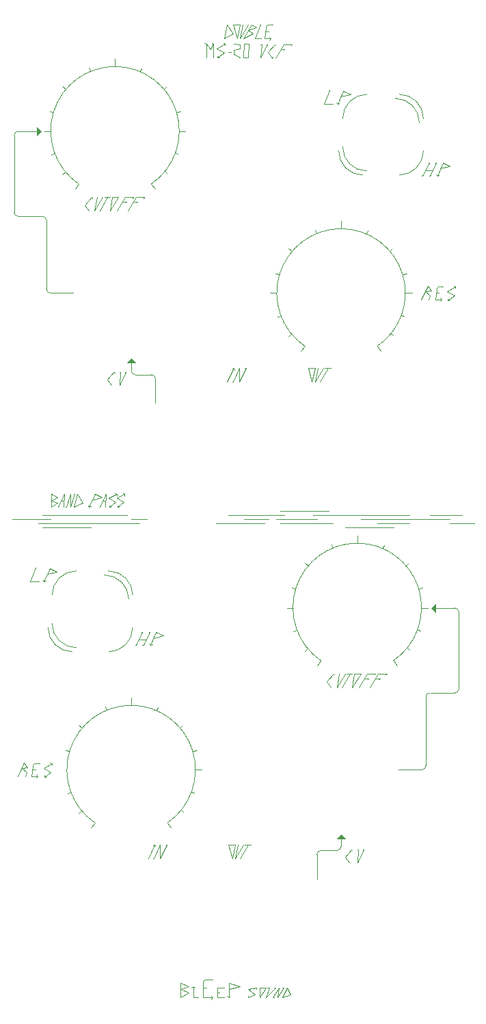
<source format=gbr>
G04 #@! TF.GenerationSoftware,KiCad,Pcbnew,(6.0.6)*
G04 #@! TF.CreationDate,2022-11-24T12:51:03+00:00*
G04 #@! TF.ProjectId,MS20-VCF,4d533230-2d56-4434-962e-6b696361645f,rev?*
G04 #@! TF.SameCoordinates,Original*
G04 #@! TF.FileFunction,Legend,Top*
G04 #@! TF.FilePolarity,Positive*
%FSLAX46Y46*%
G04 Gerber Fmt 4.6, Leading zero omitted, Abs format (unit mm)*
G04 Created by KiCad (PCBNEW (6.0.6)) date 2022-11-24 12:51:03*
%MOMM*%
%LPD*%
G01*
G04 APERTURE LIST*
%ADD10C,0.120000*%
%ADD11C,0.100000*%
G04 APERTURE END LIST*
D10*
X68500000Y-97100000D02*
X79000000Y-97100000D01*
X74500000Y-98600000D02*
X68500000Y-98600000D01*
X68000000Y-98100000D02*
X80500000Y-98100000D01*
X64750000Y-97600000D02*
X69500000Y-97600000D01*
X104500000Y-98100000D02*
X98000000Y-98100000D01*
X98500000Y-97100000D02*
X91500000Y-97100000D01*
X96000000Y-98100000D02*
X90000000Y-98100000D01*
X102000000Y-97100000D02*
X114000000Y-97100000D01*
X86600000Y-155400000D02*
X85600000Y-155000000D01*
X91400000Y-156600000D02*
X91600000Y-156800000D01*
X96200000Y-155600000D02*
X95400000Y-155600000D01*
X98800000Y-155600000D02*
X99200000Y-156400000D01*
X115200000Y-48500000D02*
G75*
G03*
X112200000Y-45500000I-3000000J0D01*
G01*
X105700000Y-51500000D02*
G75*
G03*
X108700000Y-54500000I3000000J0D01*
G01*
X112700000Y-55000000D02*
G75*
G03*
X115700000Y-52000000I0J3000000D01*
G01*
X105200000Y-52000000D02*
G75*
G03*
X108200000Y-55000000I3000000J0D01*
G01*
X108700000Y-45000000D02*
G75*
G03*
X105700000Y-48000000I0J-3000000D01*
G01*
X115700000Y-48000000D02*
G75*
G03*
X112700000Y-45000000I-3000000J0D01*
G01*
X120100000Y-109100000D02*
G75*
G03*
X119600000Y-108600000I-500000J0D01*
G01*
X115500000Y-128600000D02*
X112653553Y-128600000D01*
X79700000Y-107000000D02*
G75*
G03*
X76700000Y-104000000I-3000000J0D01*
G01*
X72700000Y-104000000D02*
G75*
G03*
X69700000Y-107000000I0J-3000000D01*
G01*
X69200000Y-111000000D02*
G75*
G03*
X72200000Y-114000000I3000000J0D01*
G01*
X76700000Y-114000000D02*
G75*
G03*
X79700000Y-111000000I0J3000000D01*
G01*
X69700000Y-110500000D02*
G75*
G03*
X72700000Y-113500000I3000000J0D01*
G01*
X79200000Y-107500000D02*
G75*
G03*
X76200000Y-104500000I-3000000J0D01*
G01*
X116000000Y-119600000D02*
X116000000Y-128100000D01*
X116500000Y-119100000D02*
G75*
G03*
X116000000Y-119600000I0J-500000D01*
G01*
X117200000Y-108600000D02*
X119613389Y-108600000D01*
X115500000Y-128600000D02*
G75*
G03*
X116000000Y-128100000I0J500000D01*
G01*
D11*
G36*
X117200000Y-109100000D02*
G01*
X116700000Y-108600000D01*
X117200000Y-108100000D01*
X117200000Y-109100000D01*
G37*
X117200000Y-109100000D02*
X116700000Y-108600000D01*
X117200000Y-108100000D01*
X117200000Y-109100000D01*
D10*
X120100000Y-109100000D02*
X120100000Y-118600000D01*
X107125000Y-116750000D02*
X107925000Y-116750000D01*
X76300000Y-95300000D02*
X76000000Y-95300000D01*
X92200000Y-78900000D02*
X92000000Y-79000000D01*
X73500000Y-95600000D02*
X72800000Y-94500000D01*
X96350000Y-38850000D02*
X95550000Y-40450000D01*
X115950000Y-54400000D02*
X116800000Y-54400000D01*
X92200000Y-39550000D02*
X92200000Y-40050000D01*
X72000000Y-94500000D02*
X71500000Y-96100000D01*
X118750000Y-70500000D02*
X118750000Y-70300000D01*
X118100000Y-53500000D02*
X119000000Y-53900000D01*
X104575000Y-116750000D02*
X104675000Y-116850000D01*
X119650000Y-68800000D02*
X118650000Y-69400000D01*
X110087500Y-116750000D02*
X111137500Y-116750000D01*
X115600000Y-55100000D02*
X115500000Y-55100000D01*
X82300000Y-139600000D02*
X82200000Y-139600000D01*
X91600000Y-156800000D02*
X91600000Y-156600000D01*
X111890000Y-64072083D02*
X111540000Y-64392083D01*
X71500000Y-96100000D02*
X71400000Y-96100000D01*
X117950000Y-70400000D02*
X117750000Y-70600000D01*
X96950000Y-40500000D02*
X97050000Y-40350000D01*
X79500000Y-79200000D02*
G75*
G03*
X80000000Y-79700000I500000J0D01*
G01*
X93000000Y-155400000D02*
X91600000Y-155800000D01*
X67700000Y-103600000D02*
X67600000Y-103600000D01*
X122000000Y-98100000D02*
X119000000Y-98100000D01*
X102600000Y-78900000D02*
X102300000Y-80600000D01*
X87600000Y-126172083D02*
X87140000Y-126312083D01*
X77125000Y-57750000D02*
X77925000Y-57750000D01*
X91100000Y-38750000D02*
X91100000Y-38950000D01*
X88800000Y-38750000D02*
X88800000Y-40450000D01*
X70400000Y-95600000D02*
X69600000Y-95300000D01*
X68500000Y-60100000D02*
X65500000Y-60100000D01*
X82000000Y-56100000D02*
G75*
G03*
X73000000Y-56100000I-4500000J6572083D01*
G01*
X96200000Y-36800000D02*
X96000000Y-38100000D01*
X90200000Y-40450000D02*
X90400000Y-40450000D01*
D11*
G36*
X106000000Y-137100000D02*
G01*
X105000000Y-137100000D01*
X105500000Y-136600000D01*
X106000000Y-137100000D01*
G37*
X106000000Y-137100000D02*
X105000000Y-137100000D01*
X105500000Y-136600000D01*
X106000000Y-137100000D01*
D10*
X115300000Y-111400000D02*
X114990000Y-111290000D01*
X67800000Y-49600000D02*
X65500000Y-49600000D01*
X85300000Y-52400000D02*
X84990000Y-52290000D01*
X118650000Y-69400000D02*
X119550000Y-69900000D01*
X74225000Y-59450000D02*
X74325000Y-59350000D01*
X109675000Y-116850000D02*
X109775000Y-116750000D01*
X107925000Y-116750000D02*
X106875000Y-118450000D01*
X101400000Y-78900000D02*
X102300000Y-78900000D01*
X104000000Y-96600000D02*
X98000000Y-96600000D01*
X92600000Y-38100000D02*
X92100000Y-36400000D01*
X66250000Y-127700000D02*
X65450000Y-129400000D01*
X69650000Y-127800000D02*
X69450000Y-127700000D01*
X108800000Y-61872083D02*
X108640000Y-62252083D01*
X97800000Y-155600000D02*
X97000000Y-156800000D01*
X112000000Y-98600000D02*
X106000000Y-98600000D01*
X88800000Y-154600000D02*
X89600000Y-154600000D01*
X93600000Y-137900000D02*
X94300000Y-137900000D01*
X69500000Y-69600000D02*
X72346447Y-69600000D01*
X73725000Y-58700000D02*
X74225000Y-59450000D01*
X98400000Y-155600000D02*
X98200000Y-155600000D01*
X92200000Y-40050000D02*
X93000000Y-40450000D01*
X93000000Y-36400000D02*
X92600000Y-38100000D01*
X107600000Y-138500000D02*
X107500000Y-140100000D01*
X90200000Y-40450000D02*
X90200000Y-40250000D01*
X81500000Y-97600000D02*
X79500000Y-97600000D01*
X111930000Y-74812083D02*
X111690000Y-74612083D01*
X77350000Y-79400000D02*
X76550000Y-80300000D01*
X112000000Y-115100000D02*
G75*
G03*
X103000000Y-115100000I-4500000J6572083D01*
G01*
X68700000Y-105300000D02*
X68600000Y-105100000D01*
X104975000Y-118450000D02*
X105975000Y-116750000D01*
X116400000Y-53500000D02*
X116300000Y-53500000D01*
X108400000Y-117300000D02*
X108925000Y-117300000D01*
X116550000Y-69900000D02*
X116350000Y-70400000D01*
X78825000Y-58400000D02*
X78925000Y-58300000D01*
X108725000Y-116750000D02*
X109775000Y-116750000D01*
X97600000Y-156800000D02*
X98400000Y-155600000D01*
X81000000Y-113200000D02*
X80900000Y-113200000D01*
X87200000Y-156800000D02*
X87800000Y-156800000D01*
X78725000Y-57750000D02*
X77725000Y-59450000D01*
X81800000Y-111600000D02*
X81700000Y-111600000D01*
X110800000Y-100800000D02*
X110640000Y-101180000D01*
X117950000Y-70400000D02*
X117750000Y-70200000D01*
X101900000Y-80600000D02*
X101400000Y-78900000D01*
X75900000Y-94900000D02*
X74700000Y-95200000D01*
X75000000Y-94500000D02*
X74300000Y-96100000D01*
X67950000Y-129400000D02*
X67750000Y-129600000D01*
X92700000Y-137900000D02*
X92400000Y-139600000D01*
X78700000Y-94500000D02*
X77700000Y-95000000D01*
X75000000Y-135172083D02*
X74540000Y-135762083D01*
X106800000Y-138500000D02*
X106900000Y-138600000D01*
X89700000Y-38750000D02*
X89500000Y-38650000D01*
X104050000Y-44500000D02*
X103350000Y-46200000D01*
X90200000Y-155600000D02*
X91000000Y-155600000D01*
X92200000Y-38750000D02*
X93000000Y-38850000D01*
X83100000Y-139600000D02*
X83900000Y-137900000D01*
X99000000Y-64072083D02*
X99410000Y-64422083D01*
X98800000Y-155600000D02*
X98200000Y-156800000D01*
X84000000Y-135172083D02*
G75*
G03*
X75000000Y-135172083I-4500000J6572083D01*
G01*
X92100000Y-80600000D02*
X92000000Y-80600000D01*
X77800000Y-96100000D02*
X78000000Y-96100000D01*
X75275000Y-57750000D02*
X74975000Y-59450000D01*
X76875000Y-59450000D02*
X77125000Y-57750000D01*
X113600000Y-67172083D02*
X113140000Y-67312083D01*
X98790000Y-108600000D02*
X99561612Y-108600000D01*
X73000000Y-133972083D02*
X73350000Y-133682083D01*
X95500000Y-36400000D02*
X95400000Y-36400000D01*
X119550000Y-69900000D02*
X118750000Y-70500000D01*
X103000000Y-138600000D02*
G75*
G03*
X102500000Y-139100000I0J-500000D01*
G01*
X83500000Y-112000000D02*
X82300000Y-112300000D01*
X85890000Y-123072083D02*
X85540000Y-123392083D01*
X116650000Y-69300000D02*
X115950000Y-69400000D01*
X78700000Y-94500000D02*
X78500000Y-94400000D01*
X77050000Y-81000000D02*
X77150000Y-80900000D01*
X78150000Y-79400000D02*
X78050000Y-81000000D01*
X102500000Y-142100000D02*
X102500000Y-139100000D01*
X119650000Y-68800000D02*
X119650000Y-69000000D01*
X87200000Y-155400000D02*
X87200000Y-156800000D01*
X67350000Y-128200000D02*
X67150000Y-129400000D01*
X101000000Y-113900000D02*
X101350000Y-113610000D01*
X103500000Y-78900000D02*
X104200000Y-78900000D01*
X97500000Y-69600000D02*
X96728388Y-69600000D01*
X94000000Y-137900000D02*
X93000000Y-139600000D01*
X119600000Y-119100000D02*
X116600000Y-119100000D01*
X89700000Y-38750000D02*
X89300000Y-39450000D01*
X92400000Y-139600000D02*
X93400000Y-137900000D01*
X104225000Y-118450000D02*
X104325000Y-118350000D01*
X70400000Y-94900000D02*
X69600000Y-94500000D01*
X78700000Y-94500000D02*
X78700000Y-94700000D01*
X69650000Y-127800000D02*
X68650000Y-128400000D01*
X105500000Y-138100000D02*
X105500000Y-137100000D01*
X113930000Y-113740000D02*
X113690000Y-113540000D01*
X69600000Y-52500000D02*
X70040000Y-52340000D01*
X88400000Y-155000000D02*
X88400000Y-156800000D01*
X72000000Y-94500000D02*
X72000000Y-96100000D01*
X83890000Y-44000000D02*
X83540000Y-44320000D01*
X116250000Y-68700000D02*
X116650000Y-69300000D01*
X108000000Y-97600000D02*
X119000000Y-97600000D01*
X78725000Y-57750000D02*
X79775000Y-57750000D01*
X96200000Y-156800000D02*
X97400000Y-155600000D01*
X94000000Y-155800000D02*
X94800000Y-156400000D01*
X89300000Y-39450000D02*
X88800000Y-38750000D01*
X79500000Y-79200000D02*
X79500000Y-78200000D01*
X103725000Y-117700000D02*
X104225000Y-118450000D01*
X111037500Y-116850000D02*
X111137500Y-116750000D01*
X102300000Y-61772083D02*
X102490000Y-62222083D01*
X97000000Y-156800000D02*
X97200000Y-156800000D01*
X65950000Y-128400000D02*
X66550000Y-128900000D01*
X93500000Y-97600000D02*
X96500000Y-97600000D01*
X69400000Y-103700000D02*
X68700000Y-105300000D01*
X67750000Y-127800000D02*
G75*
G03*
X67350000Y-128200000I0J-400000D01*
G01*
X82500000Y-83200000D02*
X82500000Y-80200000D01*
X89700000Y-38750000D02*
X89700000Y-40450000D01*
X97400000Y-155600000D02*
X97200000Y-155600000D01*
X92900000Y-80600000D02*
X93700000Y-78900000D01*
X105000000Y-138600000D02*
X103000000Y-138600000D01*
X95500000Y-36400000D02*
X94800000Y-38100000D01*
X91600000Y-156800000D02*
X91800000Y-156600000D01*
X116250000Y-68700000D02*
X115450000Y-70400000D01*
X108725000Y-116750000D02*
X107725000Y-118450000D01*
X96200000Y-37200000D02*
X96500000Y-37200000D01*
X110000000Y-76172083D02*
G75*
G03*
X101000000Y-76172083I-4500000J6572083D01*
G01*
X93400000Y-38100000D02*
X94600000Y-37500000D01*
X116400000Y-53500000D02*
X115600000Y-55100000D01*
X73000000Y-56100000D02*
X72540000Y-56690000D01*
X76400000Y-94500000D02*
X76300000Y-96100000D01*
X94000000Y-37100000D02*
X95000000Y-36700000D01*
X83900000Y-137900000D02*
X83800000Y-137900000D01*
X96600000Y-36400000D02*
G75*
G03*
X96200000Y-36800000I0J-400000D01*
G01*
X83930000Y-54740000D02*
X83690000Y-54540000D01*
X117400000Y-55100000D02*
X117300000Y-54900000D01*
X74575000Y-57750000D02*
X74675000Y-57850000D01*
X91500000Y-137900000D02*
X92400000Y-137900000D01*
X98375000Y-39550000D02*
X98475000Y-39450000D01*
X68790000Y-49600000D02*
X69561612Y-49600000D01*
X80800000Y-41800000D02*
X80640000Y-42180000D01*
X92900000Y-78900000D02*
X92900000Y-80600000D01*
X77700000Y-94500000D02*
X76700000Y-95000000D01*
X69400000Y-47100000D02*
X69860000Y-47240000D01*
X68750000Y-129500000D02*
X68750000Y-129300000D01*
X69600000Y-96100000D02*
X70400000Y-95600000D01*
X85600000Y-47100000D02*
X85140000Y-47240000D01*
X87300000Y-131472083D02*
X86990000Y-131362083D01*
X95650000Y-38850000D02*
X95550000Y-38850000D01*
X87200000Y-155400000D02*
X87400000Y-155600000D01*
X85600000Y-155000000D02*
X85600000Y-156800000D01*
X85600000Y-156800000D02*
X86600000Y-156200000D01*
X96450000Y-39750000D02*
X96950000Y-40500000D01*
X65000000Y-59600000D02*
G75*
G03*
X65500000Y-60100000I500000J0D01*
G01*
X77800000Y-96100000D02*
X77800000Y-95900000D01*
X92100000Y-37500000D02*
X91400000Y-36400000D01*
X74300000Y-96100000D02*
X74200000Y-95900000D01*
X107500000Y-100561611D02*
X107500000Y-99600000D01*
X92200000Y-78900000D02*
X92300000Y-79100000D01*
X69550000Y-128900000D02*
X68750000Y-129500000D01*
X105275000Y-116750000D02*
X104975000Y-118450000D01*
X69000000Y-60600000D02*
G75*
G03*
X68500000Y-60100000I-500000J0D01*
G01*
X92000000Y-139600000D02*
X91500000Y-137900000D01*
X65500000Y-49600000D02*
G75*
G03*
X65000000Y-50100000I0J-500000D01*
G01*
X66250000Y-127700000D02*
X66650000Y-128300000D01*
X98350000Y-38850000D02*
X99400000Y-38850000D01*
X82600000Y-111600000D02*
X81900000Y-113200000D01*
X102300000Y-80600000D02*
X103300000Y-78900000D01*
X82400000Y-137900000D02*
X82500000Y-138100000D01*
X96350000Y-38850000D02*
X96250000Y-38850000D01*
X87500000Y-128600000D02*
X88271612Y-128600000D01*
X108825000Y-117400000D02*
X108925000Y-117300000D01*
X95650000Y-38850000D02*
X95550000Y-40450000D01*
X92400000Y-137900000D02*
X92000000Y-139600000D01*
X117300000Y-53500000D02*
X117200000Y-53500000D01*
X105000000Y-138600000D02*
G75*
G03*
X105500000Y-138100000I0J500000D01*
G01*
X88800000Y-154600000D02*
G75*
G03*
X88400000Y-155000000I0J-400000D01*
G01*
X69600000Y-94500000D02*
X69600000Y-96100000D01*
X67950000Y-129400000D02*
X67750000Y-129200000D01*
X90200000Y-156800000D02*
X91000000Y-156800000D01*
X117150000Y-70400000D02*
X117850000Y-70400000D01*
X93300000Y-36400000D02*
X93000000Y-38100000D01*
X105050000Y-46200000D02*
X104950000Y-46000000D01*
X76800000Y-96100000D02*
X77000000Y-96100000D01*
X94000000Y-156800000D02*
X94000000Y-156600000D01*
X106875000Y-118450000D02*
X107125000Y-116750000D01*
X68750000Y-129500000D02*
X68950000Y-129500000D01*
X79762500Y-58300000D02*
X80287500Y-58300000D01*
X96600000Y-155600000D02*
X96400000Y-155600000D01*
X80187500Y-58400000D02*
X80287500Y-58300000D01*
X99300000Y-38950000D02*
X99400000Y-38850000D01*
X90200000Y-155600000D02*
X90200000Y-156800000D01*
X98050000Y-39450000D02*
X98475000Y-39450000D01*
X88400000Y-156800000D02*
X89600000Y-156800000D01*
X116500000Y-55100000D02*
X116400000Y-55100000D01*
X82800000Y-120872083D02*
X82640000Y-121252083D01*
X71600000Y-131572083D02*
X72040000Y-131412083D01*
X119000000Y-53900000D02*
X117800000Y-54200000D01*
X94800000Y-156400000D02*
X94000000Y-156800000D01*
X77350000Y-79400000D02*
X77450000Y-79500000D01*
X72400000Y-96100000D02*
X73500000Y-95600000D01*
X106650000Y-45000000D02*
X105450000Y-45300000D01*
X87200000Y-155400000D02*
X87000000Y-155600000D01*
X103000000Y-115100000D02*
X102540000Y-115690000D01*
X76550000Y-80300000D02*
X77050000Y-81000000D01*
X120500000Y-97100000D02*
X116500000Y-97100000D01*
X104050000Y-44500000D02*
X103950000Y-44500000D01*
X72500000Y-94500000D02*
X72400000Y-94500000D01*
X112000000Y-115100000D02*
X112450000Y-115710000D01*
X91600000Y-155000000D02*
X91600000Y-156800000D01*
X106500000Y-140100000D02*
X106600000Y-140000000D01*
X74575000Y-57750000D02*
X73725000Y-58700000D01*
X67150000Y-129400000D02*
X67850000Y-129400000D01*
X74975000Y-59450000D02*
X75975000Y-57750000D01*
X107600000Y-138500000D02*
X107500000Y-138500000D01*
X115600000Y-106100000D02*
X115140000Y-106240000D01*
X95000000Y-36700000D02*
X94400000Y-36400000D01*
X104300000Y-100700000D02*
X104490000Y-101150000D01*
X73000000Y-123072083D02*
X73410000Y-123422083D01*
X96800000Y-38100000D02*
X96600000Y-38300000D01*
X106000000Y-139400000D02*
X106500000Y-140100000D01*
X67350000Y-128600000D02*
X67650000Y-128600000D01*
X94100000Y-38750000D02*
X94000000Y-40450000D01*
X90200000Y-156200000D02*
X90400000Y-156200000D01*
X95400000Y-155600000D02*
X95400000Y-156800000D01*
X91000000Y-39850000D02*
X90200000Y-40450000D01*
X119650000Y-68800000D02*
X119450000Y-68700000D01*
X78850000Y-79400000D02*
X78750000Y-79400000D01*
X66550000Y-128900000D02*
X66350000Y-129400000D01*
X74500000Y-96000000D02*
X74300000Y-96100000D01*
X82000000Y-56100000D02*
X82450000Y-56710000D01*
X93000000Y-39350000D02*
X92200000Y-39550000D01*
X101000000Y-103000000D02*
X101410000Y-103350000D01*
X103350000Y-46200000D02*
X104450000Y-46200000D01*
X113500000Y-69600000D02*
X114271612Y-69600000D01*
X80100000Y-113200000D02*
X80000000Y-113200000D01*
X71250000Y-94500000D02*
X71150000Y-96100000D01*
D11*
G36*
X68300000Y-49600000D02*
G01*
X67800000Y-50100000D01*
X67800000Y-49100000D01*
X68300000Y-49600000D01*
G37*
X68300000Y-49600000D02*
X67800000Y-50100000D01*
X67800000Y-49100000D01*
X68300000Y-49600000D01*
D10*
X91600000Y-155000000D02*
X93000000Y-155400000D01*
X117350000Y-69600000D02*
X117650000Y-69600000D01*
X66650000Y-128300000D02*
X65950000Y-128400000D01*
X91100000Y-38750000D02*
X90100000Y-39350000D01*
X99400000Y-106100000D02*
X99860000Y-106240000D01*
X71000000Y-44000000D02*
X71410000Y-44350000D01*
X76575000Y-57750000D02*
X75575000Y-59450000D01*
X80900000Y-111600000D02*
X80100000Y-113200000D01*
X102300000Y-78900000D02*
X101900000Y-80600000D01*
X85444194Y-49600000D02*
X86215806Y-49600000D01*
X74300000Y-41700000D02*
X74490000Y-42150000D01*
X93000000Y-38850000D02*
X93000000Y-39350000D01*
X96800000Y-38100000D02*
X96600000Y-37900000D01*
X76700000Y-95000000D02*
X77600000Y-95500000D01*
X76175000Y-57750000D02*
X76875000Y-57750000D01*
X117750000Y-68800000D02*
X118150000Y-68800000D01*
X91500000Y-39750000D02*
X91900000Y-39750000D01*
X115444194Y-108600000D02*
X116215806Y-108600000D01*
X95000000Y-155600000D02*
X94000000Y-155800000D01*
X92100000Y-36400000D02*
X93000000Y-36400000D01*
X81037500Y-57850000D02*
X81137500Y-57750000D01*
X77700000Y-94500000D02*
X77700000Y-94700000D01*
X78400000Y-58300000D02*
X78925000Y-58300000D01*
X118750000Y-70500000D02*
X118950000Y-70500000D01*
X117350000Y-69200000D02*
X117150000Y-70400000D01*
X76300000Y-120772083D02*
X76490000Y-121222083D01*
X92100000Y-80600000D02*
X92900000Y-78900000D01*
X82100000Y-113100000D02*
X81900000Y-113200000D01*
X95000000Y-155600000D02*
X95000000Y-155800000D01*
X96000000Y-38100000D02*
X96700000Y-38100000D01*
X77500000Y-41561611D02*
X77500000Y-40600000D01*
D11*
G36*
X80000000Y-78200000D02*
G01*
X79000000Y-78200000D01*
X79500000Y-77700000D01*
X80000000Y-78200000D01*
G37*
X80000000Y-78200000D02*
X79000000Y-78200000D01*
X79500000Y-77700000D01*
X80000000Y-78200000D01*
D10*
X94400000Y-36400000D02*
X93400000Y-38100000D01*
X94600000Y-37500000D02*
X94000000Y-37100000D01*
X82600000Y-111600000D02*
X83500000Y-112000000D01*
X93500000Y-38750000D02*
X94100000Y-38750000D01*
X97250000Y-38850000D02*
X97350000Y-38950000D01*
X110000000Y-76172083D02*
X110450000Y-76782083D01*
X90100000Y-39350000D02*
X91000000Y-39850000D01*
X69650000Y-127800000D02*
X69650000Y-128000000D01*
X104575000Y-116750000D02*
X103725000Y-117700000D01*
X80900000Y-111600000D02*
X80800000Y-111600000D01*
X70300000Y-104100000D02*
X69100000Y-104400000D01*
X96600000Y-36400000D02*
X97000000Y-36400000D01*
X67700000Y-103600000D02*
X67000000Y-105300000D01*
X113300000Y-72472083D02*
X112990000Y-72362083D01*
X93400000Y-40450000D02*
X93500000Y-38750000D01*
X65000000Y-50100000D02*
X65000000Y-59600000D01*
X98350000Y-38850000D02*
X97350000Y-40500000D01*
X103900000Y-78900000D02*
X102900000Y-80600000D01*
X82300000Y-139600000D02*
X83100000Y-137900000D01*
X91000000Y-38100000D02*
X92100000Y-37500000D01*
X106175000Y-116750000D02*
X106875000Y-116750000D01*
X97250000Y-38850000D02*
X96450000Y-39750000D01*
X94800000Y-38100000D02*
X95600000Y-38100000D01*
X68900000Y-105200000D02*
X68700000Y-105300000D01*
X71400000Y-126172083D02*
X71860000Y-126312083D01*
X106800000Y-138500000D02*
X106000000Y-139400000D01*
X96600000Y-155600000D02*
X96200000Y-156800000D01*
X84000000Y-135172083D02*
X84450000Y-135782083D01*
X118100000Y-53500000D02*
X117400000Y-55100000D01*
X71000000Y-54900000D02*
X71350000Y-54610000D01*
X106575000Y-116750000D02*
X105575000Y-118450000D01*
X101000000Y-76172083D02*
X100540000Y-76762083D01*
X110187500Y-117400000D02*
X110287500Y-117300000D01*
X105500000Y-61633694D02*
X105500000Y-60672083D01*
X69400000Y-103700000D02*
X70300000Y-104100000D01*
X89600000Y-156800000D02*
X89400000Y-156600000D01*
X108300000Y-138500000D02*
X108200000Y-138500000D01*
X110087500Y-116750000D02*
X109087500Y-118450000D01*
X91100000Y-38750000D02*
X90900000Y-38650000D01*
X72800000Y-94500000D02*
X72400000Y-96100000D01*
X67000000Y-105300000D02*
X68100000Y-105300000D01*
X83100000Y-137900000D02*
X83100000Y-139600000D01*
X86600000Y-156200000D02*
X85600000Y-155800000D01*
X99600000Y-111500000D02*
X100040000Y-111340000D01*
X69600000Y-95300000D02*
X70400000Y-94900000D01*
X78850000Y-79400000D02*
X78050000Y-81000000D01*
X76800000Y-96100000D02*
X76800000Y-95900000D01*
X75000000Y-94500000D02*
X75900000Y-94900000D01*
X77700000Y-94500000D02*
X77500000Y-94400000D01*
X105250000Y-46100000D02*
X105050000Y-46200000D01*
X117600000Y-55000000D02*
X117400000Y-55100000D01*
X89600000Y-156800000D02*
X89400000Y-157000000D01*
X93000000Y-38100000D02*
X94000000Y-36400000D01*
X105750000Y-44600000D02*
X106650000Y-45000000D01*
X99000000Y-74972083D02*
X99350000Y-74682083D01*
X88800000Y-38750000D02*
X88600000Y-38650000D01*
X82400000Y-137900000D02*
X82200000Y-138000000D01*
X117300000Y-53500000D02*
X116500000Y-55100000D01*
X76400000Y-94500000D02*
X75600000Y-96100000D01*
X88400000Y-155600000D02*
X88800000Y-155600000D01*
X98200000Y-156800000D02*
X99200000Y-156400000D01*
X81600000Y-139600000D02*
X82400000Y-137900000D01*
X80087500Y-57750000D02*
X81137500Y-57750000D01*
X109762500Y-117300000D02*
X110287500Y-117300000D01*
X71250000Y-94500000D02*
X70450000Y-96100000D01*
X69000000Y-60600000D02*
X69000000Y-69100000D01*
X91400000Y-36400000D02*
X91000000Y-38100000D01*
X108300000Y-138500000D02*
X107500000Y-140100000D01*
X94000000Y-40450000D02*
X93400000Y-40450000D01*
X82500000Y-80200000D02*
G75*
G03*
X82000000Y-79700000I-500000J0D01*
G01*
X82100000Y-79700000D02*
X80000000Y-79700000D01*
X97500000Y-97600000D02*
X102500000Y-97600000D01*
X77600000Y-95500000D02*
X76800000Y-96100000D01*
X115950000Y-69400000D02*
X116550000Y-69900000D01*
X117750000Y-68800000D02*
G75*
G03*
X117350000Y-69200000I0J-400000D01*
G01*
X97800000Y-155600000D02*
X97600000Y-156800000D01*
X79675000Y-57850000D02*
X79775000Y-57750000D01*
X80450000Y-112500000D02*
X81300000Y-112500000D01*
X81900000Y-113200000D02*
X81800000Y-113000000D01*
X79500000Y-120633694D02*
X79500000Y-119672083D01*
X114000000Y-98100000D02*
X110000000Y-98100000D01*
X78600000Y-95500000D02*
X77800000Y-96100000D01*
X69000000Y-69100000D02*
G75*
G03*
X69500000Y-69600000I500000J0D01*
G01*
X72500000Y-94500000D02*
X72000000Y-96100000D01*
X97400000Y-67172083D02*
X97860000Y-67312083D01*
X68650000Y-128400000D02*
X69550000Y-128900000D01*
X71150000Y-95300000D02*
X70850000Y-95300000D01*
X85930000Y-133812083D02*
X85690000Y-133612083D01*
X85600000Y-155800000D02*
X86600000Y-155400000D01*
X77700000Y-95000000D02*
X78600000Y-95500000D01*
X105750000Y-44600000D02*
X105050000Y-46200000D01*
X91400000Y-80600000D02*
X92200000Y-78900000D01*
X93700000Y-78900000D02*
X93600000Y-78900000D01*
X113890000Y-103000000D02*
X113540000Y-103320000D01*
X77925000Y-57750000D02*
X76875000Y-59450000D01*
X95400000Y-156800000D02*
X96200000Y-155600000D01*
X78150000Y-79400000D02*
X78050000Y-79400000D01*
X119600000Y-119100000D02*
G75*
G03*
X120100000Y-118600000I0J500000D01*
G01*
X80087500Y-57750000D02*
X79087500Y-59450000D01*
X67750000Y-127800000D02*
X68150000Y-127800000D01*
X97600000Y-72572083D02*
X98040000Y-72412083D01*
X81800000Y-111600000D02*
X81000000Y-113200000D01*
M02*

</source>
